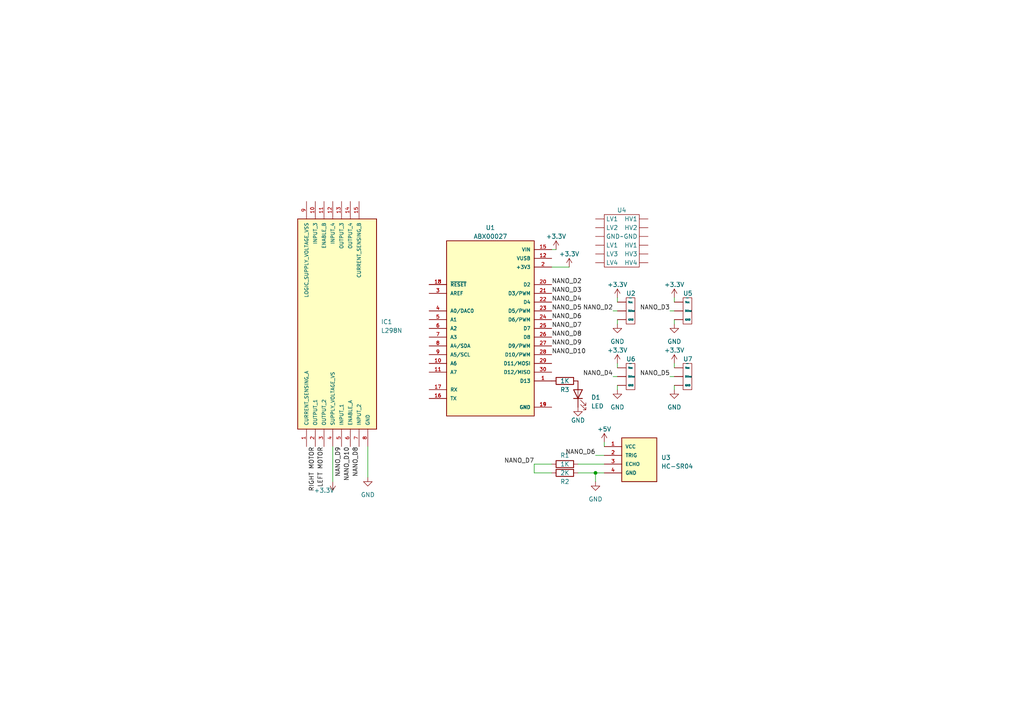
<source format=kicad_sch>
(kicad_sch (version 20230121) (generator eeschema)
  (paper "A4")
  (lib_symbols
    (symbol "Device:LED" (pin_numbers hide) (pin_names (offset 1.016) hide)
      (property "Reference" "D" (at 0 2.54 0))
      (property "Value" "LED" (at 0 -2.54 0))
      (symbol "LED_0_1"
        (polyline (pts (xy -1.27 -1.27) (xy -1.27 1.27)) (stroke (width 0.254)))
        (polyline (pts (xy -1.27 0) (xy 1.27 0)))
        (polyline (pts (xy 1.27 -1.27) (xy 1.27 1.27) (xy -1.27 0) (xy 1.27 -1.27)) (stroke (width 0.254)))
        (polyline (pts (xy -3.048 -0.762) (xy -4.572 -2.286) (xy -3.81 -2.286) (xy -4.572 -2.286) (xy -4.572 -1.524)))
        (polyline (pts (xy -1.778 -0.762) (xy -3.302 -2.286) (xy -2.54 -2.286) (xy -3.302 -2.286) (xy -3.302 -1.524)))
      )
      (symbol "LED_1_1"
        (pin passive line (at -3.81 0 0) (length 2.54) (name "K") (number "1"))
        (pin passive line (at 3.81 0 180) (length 2.54) (name "A") (number "2"))
      )
    )
    (symbol "Device:R" (pin_numbers hide) (pin_names (offset 0))
      (property "Reference" "R" (at 2.032 0 90))
      (property "Value" "R" (at 0 0 90))
      (symbol "R_0_1"
        (rectangle (start -1.016 -2.54) (end 1.016 2.54) (stroke (width 0.254)))
      )
      (symbol "R_1_1"
        (pin passive line (at 0 3.81 270) (length 1.27) (name "~") (number "1"))
        (pin passive line (at 0 -3.81 90) (length 1.27) (name "~") (number "2"))
      )
    )
    (symbol "Digital_DFrobot_1"
      (property "Reference" "U2" (at -1.27 5.08 0))
      (property "Value" "~" (at 0 3.81 0))
      (symbol "Digital_DFrobot_1_0_1"
        (polyline (pts (xy -1.27 3.81) (xy 1.27 3.81) (xy 1.27 -3.81) (xy -1.27 -3.81) (xy -1.27 3.81)))
      )
      (symbol "Digital_DFrobot_1_1_1"
        (pin input line (at -3.81 0 0) (length 2.54) (name "Dline") (number ""))
        (pin input line (at -3.81 -2.54 0) (length 2.54) (name "GND") (number ""))
        (pin input line (at -3.81 2.54 0) (length 2.54) (name "Vcc") (number ""))
      )
    )
    (symbol "EEE3099S_Project_Symbols:ABX00027" (pin_names (offset 1.016))
      (property "Reference" "U" (at -12.7 26.67 0))
      (property "Value" "ABX00027" (at -12.7 -26.67 0))
      (symbol "ABX00027_0_0"
        (rectangle (start -12.7 -25.4) (end 12.7 25.4) (stroke (width 0.254)) (fill (type background)))
        (pin bidirectional line (at 17.78 -15.24 180) (length 5.08) (name "D13") (number "1"))
        (pin input line (at -17.78 -10.16 0) (length 5.08) (name "A6") (number "10"))
        (pin input line (at -17.78 -12.7 0) (length 5.08) (name "A7") (number "11"))
        (pin power_in line (at 17.78 20.32 180) (length 5.08) (name "VUSB") (number "12"))
        (pin input line (at -17.78 12.7 0) (length 5.08) (name "~{RESET}") (number "13"))
        (pin power_in line (at 17.78 -22.86 180) (length 5.08) (name "GND") (number "14"))
        (pin power_in line (at 17.78 22.86 180) (length 5.08) (name "VIN") (number "15"))
        (pin bidirectional line (at -17.78 -20.32 0) (length 5.08) (name "TX") (number "16"))
        (pin bidirectional line (at -17.78 -17.78 0) (length 5.08) (name "RX") (number "17"))
        (pin input line (at -17.78 12.7 0) (length 5.08) (name "~{RESET}") (number "18"))
        (pin power_in line (at 17.78 -22.86 180) (length 5.08) (name "GND") (number "19"))
        (pin power_in line (at 17.78 17.78 180) (length 5.08) (name "+3V3") (number "2"))
        (pin bidirectional line (at 17.78 12.7 180) (length 5.08) (name "D2") (number "20"))
        (pin bidirectional line (at 17.78 10.16 180) (length 5.08) (name "D3/PWM") (number "21"))
        (pin bidirectional line (at 17.78 7.62 180) (length 5.08) (name "D4") (number "22"))
        (pin bidirectional line (at 17.78 5.08 180) (length 5.08) (name "D5/PWM") (number "23"))
        (pin bidirectional line (at 17.78 2.54 180) (length 5.08) (name "D6/PWM") (number "24"))
        (pin bidirectional line (at 17.78 0 180) (length 5.08) (name "D7") (number "25"))
        (pin bidirectional line (at 17.78 -2.54 180) (length 5.08) (name "D8") (number "26"))
        (pin bidirectional line (at 17.78 -5.08 180) (length 5.08) (name "D9/PWM") (number "27"))
        (pin bidirectional line (at 17.78 -7.62 180) (length 5.08) (name "D10/PWM") (number "28"))
        (pin bidirectional line (at 17.78 -10.16 180) (length 5.08) (name "D11/MOSI") (number "29"))
        (pin input line (at -17.78 10.16 0) (length 5.08) (name "AREF") (number "3"))
        (pin bidirectional line (at 17.78 -12.7 180) (length 5.08) (name "D12/MISO") (number "30"))
        (pin bidirectional line (at -17.78 5.08 0) (length 5.08) (name "A0/DAC0") (number "4"))
        (pin input line (at -17.78 2.54 0) (length 5.08) (name "A1") (number "5"))
        (pin input line (at -17.78 0 0) (length 5.08) (name "A2") (number "6"))
        (pin input line (at -17.78 -2.54 0) (length 5.08) (name "A3") (number "7"))
        (pin input line (at -17.78 -5.08 0) (length 5.08) (name "A4/SDA") (number "8"))
        (pin input line (at -17.78 -7.62 0) (length 5.08) (name "A5/SCL") (number "9"))
      )
    )
    (symbol "EEE3099S_Project_Symbols:HC-SR04" (pin_names (offset 1.016))
      (property "Reference" "U" (at 0 5.0813 0))
      (property "Value" "HC-SR04" (at 0 -10.163 0))
      (symbol "HC-SR04_0_0"
        (rectangle (start 0 -7.62) (end 10.16 5.08) (stroke (width 0.254)) (fill (type background)))
        (pin power_in line (at -5.08 2.54 0) (length 5.08) (name "VCC") (number "1"))
        (pin bidirectional line (at -5.08 0 0) (length 5.08) (name "TRIG") (number "2"))
        (pin bidirectional line (at -5.08 -2.54 0) (length 5.08) (name "ECHO") (number "3"))
        (pin power_in line (at -5.08 -5.08 0) (length 5.08) (name "GND") (number "4"))
      )
    )
    (symbol "EEE3099S_Project_Symbols:L298N" (pin_names (offset 1.016))
      (property "Reference" "IC" (at 67.31 7.62 0))
      (property "Value" "L298N" (at 67.31 5.08 0))
      (symbol "L298N_0_0"
        (rectangle (start 5.08 -20.32) (end 66.04 2.54) (stroke (width 0.254)) (fill (type background)))
        (pin input line (at 0 0 0) (length 5.08) (name "CURRENT_SENSING_A") (number "1"))
        (pin input line (at 71.12 -2.54 180) (length 5.08) (name "INPUT_3") (number "10"))
        (pin input line (at 71.12 -5.08 180) (length 5.08) (name "ENABLE_B") (number "11"))
        (pin input line (at 71.12 -7.62 180) (length 5.08) (name "INPUT_4") (number "12"))
        (pin output line (at 71.12 -10.16 180) (length 5.08) (name "OUTPUT_3") (number "13"))
        (pin output line (at 71.12 -12.7 180) (length 5.08) (name "OUTPUT_4") (number "14"))
        (pin input line (at 71.12 -15.24 180) (length 5.08) (name "CURRENT_SENSING_B") (number "15"))
        (pin output line (at 0 -2.54 0) (length 5.08) (name "OUTPUT_1") (number "2"))
        (pin output line (at 0 -5.08 0) (length 5.08) (name "OUTPUT_2") (number "3"))
        (pin power_in line (at 0 -7.62 0) (length 5.08) (name "SUPPLY_VOLTAGE_VS") (number "4"))
        (pin input line (at 0 -10.16 0) (length 5.08) (name "INPUT_1") (number "5"))
        (pin input line (at 0 -12.7 0) (length 5.08) (name "ENABLE_A") (number "6"))
        (pin input line (at 0 -15.24 0) (length 5.08) (name "INPUT_2") (number "7"))
        (pin power_in line (at 0 -17.78 0) (length 5.08) (name "GND") (number "8"))
        (pin power_in line (at 71.12 0 180) (length 5.08) (name "LOGIC_SUPPLY_VOLTAGE_VSS") (number "9"))
      )
    )
    (symbol "EEE3099S_Project_Symbols:Logic_Level_Converter_Bidirectional_4_Channel"
      (property "Reference" "U" (at 0 7.62 0))
      (symbol "Logic_Level_Converter_Bidirectional_4_Channel_0_1"
        (polyline (pts (xy -5.08 6.35) (xy 5.08 6.35) (xy 5.08 -8.89) (xy -5.08 -8.89) (xy -5.08 6.35) (xy -5.08 6.35)))
      )
      (symbol "Logic_Level_Converter_Bidirectional_4_Channel_1_1"
        (pin input line (at -7.62 0 0) (length 2.54) (name "GND") (number ""))
        (pin input line (at 7.62 0 180) (length 2.54) (name "GND") (number ""))
        (pin input line (at 7.62 -2.54 180) (length 2.54) (name "HV1") (number ""))
        (pin input line (at 7.62 5.08 180) (length 2.54) (name "HV1") (number ""))
        (pin input line (at 7.62 2.54 180) (length 2.54) (name "HV2") (number ""))
        (pin input line (at 7.62 -5.08 180) (length 2.54) (name "HV3") (number ""))
        (pin input line (at 7.62 -7.62 180) (length 2.54) (name "HV4") (number ""))
        (pin input line (at -7.62 -2.54 0) (length 2.54) (name "LV1") (number ""))
        (pin input line (at -7.62 5.08 0) (length 2.54) (name "LV1") (number ""))
        (pin input line (at -7.62 2.54 0) (length 2.54) (name "LV2") (number ""))
        (pin input line (at -7.62 -5.08 0) (length 2.54) (name "LV3") (number ""))
        (pin input line (at -7.62 -7.62 0) (length 2.54) (name "LV4") (number ""))
      )
    )
    (symbol "power:+3.3V" (power) (pin_names (offset 0))
      (property "Value" "+3.3V" (at 0 3.556 0))
      (symbol "+3.3V_0_1"
        (polyline (pts (xy -0.762 1.27) (xy 0 2.54)))
        (polyline (pts (xy 0 0) (xy 0 2.54)))
        (polyline (pts (xy 0 2.54) (xy 0.762 1.27)))
      )
      (symbol "+3.3V_1_1"
        (pin power_in line (at 0 0 90) (length 0) hide (name "+3.3V") (number "1"))
      )
    )
    (symbol "power:+5V" (power) (pin_names (offset 0))
      (property "Value" "+5V" (at 0 3.556 0))
      (symbol "+5V_0_1"
        (polyline (pts (xy -0.762 1.27) (xy 0 2.54)))
        (polyline (pts (xy 0 0) (xy 0 2.54)))
        (polyline (pts (xy 0 2.54) (xy 0.762 1.27)))
      )
      (symbol "+5V_1_1"
        (pin power_in line (at 0 0 90) (length 0) hide (name "+5V") (number "1"))
      )
    )
    (symbol "power:GND" (power) (pin_names (offset 0))
      (property "Value" "GND" (at 0 -3.81 0))
      (symbol "GND_0_1"
        (polyline (pts (xy 0 0) (xy 0 -1.27) (xy 1.27 -1.27) (xy 0 -2.54) (xy -1.27 -1.27) (xy 0 -1.27)))
      )
      (symbol "GND_1_1"
        (pin power_in line (at 0 0 270) (length 0) hide (name "GND") (number "1"))
      )
    )
  )
  (junction (at 172.72 137.16))
  (wire (pts (xy 160.02 77.47) (xy 165.1 77.47)))
  (wire (pts (xy 160.02 72.39) (xy 161.29 72.39)))
  (wire (pts (xy 172.72 139.7) (xy 172.72 137.16)))
  (wire (pts (xy 172.72 132.08) (xy 175.26 132.08)))
  (wire (pts (xy 179.07 92.71) (xy 179.07 93.98)))
  (wire (pts (xy 194.31 90.17) (xy 195.58 90.17)))
  (wire (pts (xy 96.52 139.7) (xy 96.52 129.54)))
  (wire (pts (xy 195.58 92.71) (xy 195.58 93.98)))
  (wire (pts (xy 167.64 134.62) (xy 175.26 134.62)))
  (wire (pts (xy 195.58 105.41) (xy 195.58 106.68)))
  (wire (pts (xy 177.8 90.17) (xy 179.07 90.17)))
  (wire (pts (xy 167.64 137.16) (xy 172.72 137.16)))
  (wire (pts (xy 179.07 111.76) (xy 179.07 113.03)))
  (wire (pts (xy 160.02 137.16) (xy 154.94 137.16)))
  (wire (pts (xy 154.94 134.62) (xy 160.02 134.62)))
  (wire (pts (xy 154.94 134.62) (xy 154.94 137.16)))
  (wire (pts (xy 172.72 137.16) (xy 175.26 137.16)))
  (wire (pts (xy 194.31 109.22) (xy 195.58 109.22)))
  (wire (pts (xy 177.8 109.22) (xy 179.07 109.22)))
  (wire (pts (xy 195.58 111.76) (xy 195.58 113.03)))
  (wire (pts (xy 179.07 86.36) (xy 179.07 87.63)))
  (wire (pts (xy 106.68 138.43) (xy 106.68 129.54)))
  (wire (pts (xy 195.58 86.36) (xy 195.58 87.63)))
  (wire (pts (xy 175.26 128.27) (xy 175.26 129.54)))
  (wire (pts (xy 179.07 105.41) (xy 179.07 106.68)))
  (label "LEFT MOTOR" (at 93.98 129.54 270))
  (label "NANO_D7" (at 160.02 95.25 0))
  (label "NANO_D7" (at 154.94 134.62 180))
  (label "NANO_D3" (at 160.02 85.09 0))
  (label "NANO_D6" (at 160.02 92.71 0))
  (label "NANO_D2" (at 177.8 90.17 180))
  (label "NANO_D4" (at 177.8 109.22 180))
  (label "NANO_D4" (at 160.02 87.63 0))
  (label "NANO_D8" (at 160.02 97.79 0))
  (label "NANO_D5" (at 160.02 90.17 0))
  (label "NANO_D5" (at 194.31 109.22 180))
  (label "RIGHT MOTOR" (at 91.44 129.54 270))
  (label "NANO_D6" (at 172.72 132.08 180))
  (label "NANO_D10" (at 160.02 102.87 0))
  (label "NANO_D2" (at 160.02 82.55 0))
  (label "NANO_D9" (at 99.06 129.54 270))
  (label "NANO_D3" (at 194.31 90.17 180))
  (label "NANO_D9" (at 160.02 100.33 0))
  (label "NANO_D10" (at 101.6 129.54 270))
  (label "NANO_D8" (at 104.14 129.54 270))
  (symbol (lib_id "EEE3099S_Project_Symbols:Logic_Level_Converter_Bidirectional_4_Channel") (at 180.34 68.58 0) (unit 1)
    (property "Reference" "U4" (at 180.34 60.96 0))
    (property "Value" "~" (at 180.34 68.58 0))
  )
  (symbol (lib_id "power:+3.3V") (at 165.1 77.47 0) (unit 1)
    (property "Reference" "#PWR012" (effects hide))
    (property "Value" "+3.3V" (at 165.1 73.66 0))
  )
  (symbol (lib_id "power:GND") (at 195.58 113.03 0) (unit 1)
    (property "Reference" "#PWR08" (effects hide))
    (property "Value" "GND" (at 195.58 118.11 0))
  )
  (symbol (lib_id "EEE3099S_Project_Symbols:HC-SR04") (at 180.34 132.08 0) (unit 1)
    (property "Reference" "U3" (at 191.77 132.715 0) (effects (justify left)))
    (property "Value" "HC-SR04" (at 191.77 135.255 0) (effects (justify left)))
    (property "Footprint" "XCVR_HC-SR04" (effects hide))
    (property "MANUFACTURER" "Osepp" (effects hide))
  )
  (symbol (lib_name "Digital_DFrobot_1") (lib_id "EEE3099S_Project_Symbols:Digital_DFrobot") (at 182.88 90.17 0) (unit 1)
    (property "Reference" "U2" (at 181.61 85.09 0) (effects (justify left)))
    (property "Value" "~" (at 182.88 86.36 0))
  )
  (symbol (lib_name "Digital_DFrobot_1") (lib_id "EEE3099S_Project_Symbols:Digital_DFrobot") (at 182.88 109.22 0) (unit 1)
    (property "Reference" "U6" (at 181.61 104.14 0) (effects (justify left)))
    (property "Value" "~" (at 182.88 105.41 0))
  )
  (symbol (lib_id "power:GND") (at 179.07 93.98 0) (unit 1)
    (property "Reference" "#PWR02" (effects hide))
    (property "Value" "GND" (at 179.07 99.06 0))
  )
  (symbol (lib_id "Device:R") (at 163.83 134.62 90) (unit 1)
    (property "Reference" "R1" (at 163.83 132.08 90))
    (property "Value" "1K" (at 163.83 134.62 90))
  )
  (symbol (lib_id "power:GND") (at 179.07 113.03 0) (unit 1)
    (property "Reference" "#PWR06" (effects hide))
    (property "Value" "GND" (at 179.07 118.11 0))
  )
  (symbol (lib_id "power:+3.3V") (at 195.58 86.36 0) (unit 1)
    (property "Reference" "#PWR03" (effects hide))
    (property "Value" "+3.3V" (at 195.58 82.55 0))
  )
  (symbol (lib_id "power:GND") (at 172.72 139.7 0) (unit 1)
    (property "Reference" "#PWR010" (effects hide))
    (property "Value" "GND" (at 172.72 144.78 0))
  )
  (symbol (lib_id "power:+5V") (at 175.26 128.27 0) (unit 1)
    (property "Reference" "#PWR09" (effects hide))
    (property "Value" "+5V" (at 175.26 124.46 0))
  )
  (symbol (lib_name "Digital_DFrobot_1") (lib_id "EEE3099S_Project_Symbols:Digital_DFrobot") (at 199.39 109.22 0) (unit 1)
    (property "Reference" "U7" (at 198.12 104.14 0) (effects (justify left)))
    (property "Value" "~" (at 199.39 105.41 0))
  )
  (symbol (lib_id "power:+3.3V") (at 179.07 105.41 0) (unit 1)
    (property "Reference" "#PWR05" (effects hide))
    (property "Value" "+3.3V" (at 179.07 101.6 0))
  )
  (symbol (lib_id "power:GND") (at 106.68 138.43 0) (unit 1)
    (property "Reference" "#PWR015" (effects hide))
    (property "Value" "GND" (at 106.68 143.51 0))
  )
  (symbol (lib_id "EEE3099S_Project_Symbols:L298N") (at 88.9 129.54 90) (unit 1)
    (property "Reference" "IC1" (at 110.49 93.345 90) (effects (justify right)))
    (property "Value" "L298N" (at 110.49 95.885 90) (effects (justify right)))
    (property "Footprint" "TO127P500X2020X2210-15P" (effects hide))
    (property "Manufacturer_Name" "STMicroelectronics" (effects hide))
    (property "Mouser_Price-Stock" "https://www.mouser.co.uk/ProductDetail/STMicroelectronics/L298N/?qs=gr8Zi5OG3Mj6jDtNclcF9Q%3D%3D" (effects hide))
    (property "Description" "L298N, Full Bridge Motor Driver, 3A Dual Full Bridge Motor Driver,, 25W 4.8  46 V, 15-Pin MULTIWATT 15" (effects hide))
    (property "Mouser_Part_Number" "511-L298" (effects hide))
    (property "Height" "5mm" (effects hide))
    (property "Manufacturer_Part_Number" "L298N" (effects hide))
  )
  (symbol (lib_id "power:+3.3V") (at 179.07 86.36 0) (unit 1)
    (property "Reference" "#PWR01" (effects hide))
    (property "Value" "+3.3V" (at 179.07 82.55 0))
  )
  (symbol (lib_name "Digital_DFrobot_1") (lib_id "EEE3099S_Project_Symbols:Digital_DFrobot") (at 199.39 90.17 0) (unit 1)
    (property "Reference" "U5" (at 198.12 85.09 0) (effects (justify left)))
    (property "Value" "~" (at 199.39 86.36 0))
  )
  (symbol (lib_id "Device:LED") (at 167.64 114.3 90) (unit 1)
    (property "Reference" "D1" (at 171.45 115.2525 90) (effects (justify right)))
    (property "Value" "LED" (at 171.45 117.7925 90) (effects (justify right)))
  )
  (symbol (lib_id "power:+3.3V") (at 96.52 139.7 180) (unit 1)
    (property "Reference" "#PWR014" (effects hide))
    (property "Value" "+5V" (at 93.98 142.24 0))
  )
  (symbol (lib_id "power:+3.3V") (at 195.58 105.41 0) (unit 1)
    (property "Reference" "#PWR07" (effects hide))
    (property "Value" "+3.3V" (at 195.58 101.6 0))
  )
  (symbol (lib_id "EEE3099S_Project_Symbols:ABX00027") (at 142.24 95.25 0) (unit 1)
    (property "Reference" "U1" (at 142.24 66.04 0))
    (property "Value" "ABX00027" (at 142.24 68.58 0))
    (property "Footprint" "MODULE_ABX00027" (effects hide))
    (property "MF" "Arduino" (effects hide))
    (property "DESCRIPTION" "ATSAMD21G18A Arduino Nano 33 IoT SAM D ARM® Cortex®-M0+ MCU 32-Bit Embedded Evaluation Board" (effects hide))
    (property "PACKAGE" "None" (effects hide))
    (property "PRICE" "None" (effects hide))
    (property "MP" "ABX00027" (effects hide))
    (property "DIGIKEY-PURCHASE-URL" "https://snapeda.com/shop?store=DigiKey&id=3949339" (effects hide))
    (property "AVAILABILITY" "Unavailable" (effects hide))
  )
  (symbol (lib_id "Device:R") (at 163.83 110.49 270) (unit 1)
    (property "Reference" "R3" (at 163.83 113.03 90))
    (property "Value" "1K" (at 163.83 110.49 90))
  )
  (symbol (lib_id "Device:R") (at 163.83 137.16 90) (unit 1)
    (property "Reference" "R2" (at 163.83 139.7 90))
    (property "Value" "2K" (at 163.83 137.16 90))
  )
  (symbol (lib_id "power:GND") (at 195.58 93.98 0) (unit 1)
    (property "Reference" "#PWR04" (effects hide))
    (property "Value" "GND" (at 195.58 99.06 0))
  )
  (symbol (lib_id "power:GND") (at 167.64 118.11 0) (unit 1)
    (property "Reference" "#PWR013" (effects hide))
    (property "Value" "GND" (at 167.64 121.92 0))
  )
  (symbol (lib_id "power:+3.3V") (at 161.29 72.39 0) (unit 1)
    (property "Reference" "#PWR011" (effects hide))
    (property "Value" "+6.4V" (at 161.29 68.58 0))
  )
)
</source>
